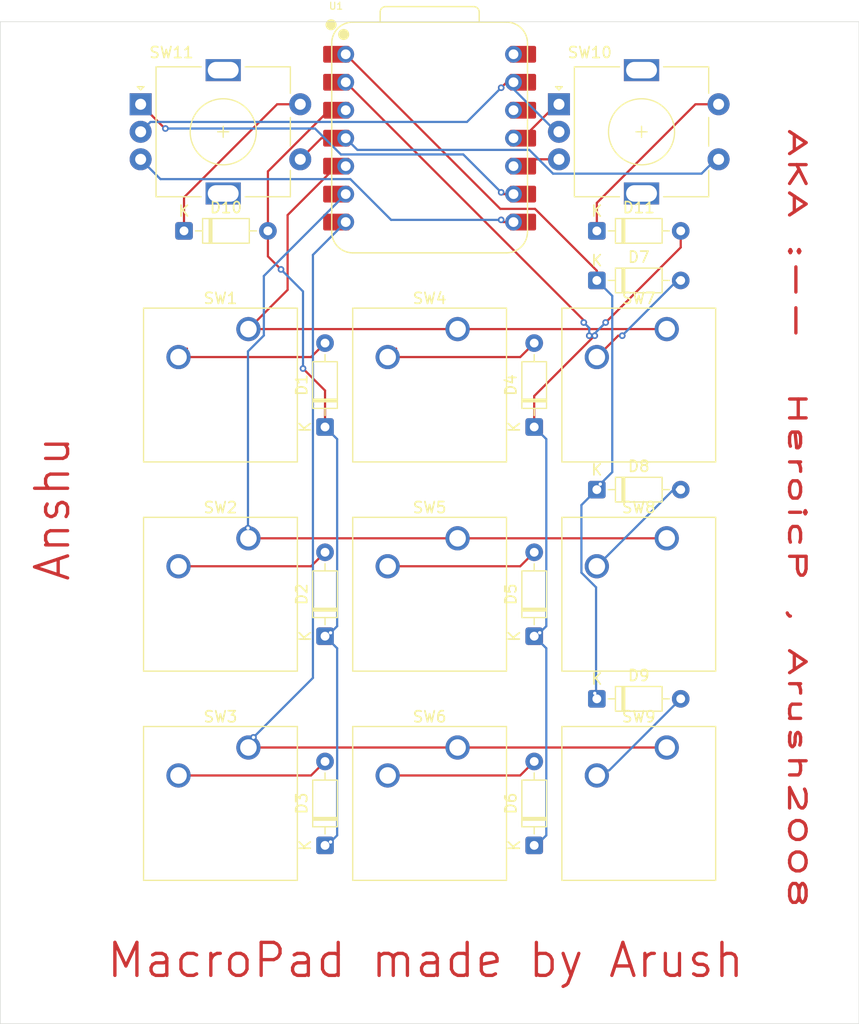
<source format=kicad_pcb>
(kicad_pcb (version 20241229) (generator "pcbnew") (generator_version "9.0")
  (layers (0 "F.Cu" signal) (2 "B.Cu" signal) (13 "F.Paste" user) (15 "B.Paste" user) (5 "F.SilkS" user "F.Silkscreen") (7 "B.SilkS" user "B.Silkscreen") (1 "F.Mask" user) (3 "B.Mask" user) (25 "Edge.Cuts" user))
  (net 0 "")
  (net 1 "Net-(D1-K)")
  (net 2 "Net-(D1-A)")
  (net 3 "Net-(D2-A)")
  (net 4 "Net-(D3-A)")
  (net 5 "Net-(D4-A)")
  (net 6 "Net-(D11-A)")
  (net 7 "Net-(D5-A)")
  (net 8 "Net-(D6-A)")
  (net 9 "Net-(D7-A)")
  (net 10 "Net-(D7-K)")
  (net 11 "Net-(D8-A)")
  (net 12 "Net-(D9-A)")
  (net 13 "Net-(D11-K)")
  (net 14 "Net-(U1-GPIO6{slash}SDA)")
  (net 15 "Net-(U1-GPIO7{slash}SCL)")
  (net 16 "Net-(U1-GPIO0{slash}TX)")
  (net 17 "Net-(U1-GPIO29{slash}ADC3{slash}A3)")
  (net 18 "GND")
  (net 19 "Net-(U1-GPIO3{slash}MOSI)")
  (net 20 "Net-(U1-GPIO4{slash}MISO)")
  (net 21 "Net-(U1-GPIO2{slash}SCK)")
  (net 22 "Net-(U1-GPIO1{slash}RX)")
  (net 24 "+5V")
  (net 25 "Net-(D10-K)")
  (footprint "Button_Switch_Keyboard:SW_Cherry_MX_1.00u_PCB" (layer "F.Cu") (at 126.54 109.42)
    (property "Reference" "SW3" (at -2.54 -2.794 0) (layer "F.SilkS"))
    (property "Value" "SW_Push_45deg")
    (fp_line (start -9.525 -1.905) (end 4.445 -1.905) (stroke (width 0.12)) (layer "F.SilkS"))
    (fp_line (start -9.525 12.065) (end -9.525 -1.905) (stroke (width 0.12)) (layer "F.SilkS"))
    (fp_line (start 4.445 -1.905) (end 4.445 12.065) (stroke (width 0.12)) (layer "F.SilkS"))
    (fp_line (start 4.445 12.065) (end -9.525 12.065) (stroke (width 0.12)) (layer "F.SilkS"))
    (pad "" np_thru_hole circle (at -7.62 5.08) (size 1.7 1.7) (drill 1.7) (layers "*.Cu" "*.Mask"))
    (pad "" np_thru_hole circle (at -2.54 5.08) (size 4 4) (drill 4) (layers "*.Cu" "*.Mask"))
    (pad "" np_thru_hole circle (at 2.54 5.08) (size 1.7 1.7) (drill 1.7) (layers "*.Cu" "*.Mask"))
    (pad "1" thru_hole circle (at 0 0) (size 2.2 2.2) (drill 1.5) (layers "*.Cu" "*.Mask") (net 16 "Net-(U1-GPIO0{slash}TX)"))
    (pad "2" thru_hole circle (at -6.35 2.54) (size 2.2 2.2) (drill 1.5) (layers "*.Cu" "*.Mask") (net 4 "Net-(D3-A)"))
  )
  (footprint "Rotary_Encoder:RotaryEncoder_Alps_EC11E-Switch_Vertical_H20mm" (layer "F.Cu") (at 116.75 51)
    (property "Reference" "SW11" (at 2.8 -4.7 0) (layer "F.SilkS"))
    (property "Value" "RotaryEncoder_Switch")
    (fp_line (start -0.3 -1.6) (end 0.3 -1.6) (stroke (width 0.12)) (layer "F.SilkS"))
    (fp_line (start 0 -1.3) (end -0.3 -1.6) (stroke (width 0.12)) (layer "F.SilkS"))
    (fp_line (start 0.3 -1.6) (end 0 -1.3) (stroke (width 0.12)) (layer "F.SilkS"))
    (fp_line (start 1.4 -3.4) (end 1.4 8.4) (stroke (width 0.12)) (layer "F.SilkS"))
    (fp_line (start 5.5 -3.4) (end 1.4 -3.4) (stroke (width 0.12)) (layer "F.SilkS"))
    (fp_line (start 5.5 8.4) (end 1.4 8.4) (stroke (width 0.12)) (layer "F.SilkS"))
    (fp_line (start 7 2.5) (end 8 2.5) (stroke (width 0.12)) (layer "F.SilkS"))
    (fp_line (start 7.5 2) (end 7.5 3) (stroke (width 0.12)) (layer "F.SilkS"))
    (fp_line (start 9.5 -3.4) (end 13.6 -3.4) (stroke (width 0.12)) (layer "F.SilkS"))
    (fp_line (start 13.6 -3.4) (end 13.6 -1) (stroke (width 0.12)) (layer "F.SilkS"))
    (fp_line (start 13.6 1.2) (end 13.6 3.8) (stroke (width 0.12)) (layer "F.SilkS"))
    (fp_line (start 13.6 6) (end 13.6 8.4) (stroke (width 0.12)) (layer "F.SilkS"))
    (fp_line (start 13.6 8.4) (end 9.5 8.4) (stroke (width 0.12)) (layer "F.SilkS"))
    (fp_circle (center 7.5 2.5) (end 10.5 2.5) (stroke (width 0.12)) (fill no) (layer "F.SilkS"))
    (pad "A" thru_hole rect (at 0 0) (size 2 2) (drill 1) (layers "*.Cu" "*.Mask") (net 21 "Net-(U1-GPIO2{slash}SCK)"))
    (pad "B" thru_hole circle (at 0 5) (size 2 2) (drill 1) (layers "*.Cu" "*.Mask") (net 22 "Net-(U1-GPIO1{slash}RX)"))
    (pad "C" thru_hole circle (at 0 2.5) (size 2 2) (drill 1) (layers "*.Cu" "*.Mask") (net 18 "GND"))
    (pad "MP" thru_hole rect (at 7.5 -3.1) (size 3.2 2) (drill oval 2.8 1.5) (layers "*.Cu" "*.Mask"))
    (pad "MP" thru_hole rect (at 7.5 8.1) (size 3.2 2) (drill oval 2.8 1.5) (layers "*.Cu" "*.Mask"))
    (pad "S1" thru_hole circle (at 14.5 5) (size 2 2) (drill 1) (layers "*.Cu" "*.Mask") (net 17 "Net-(U1-GPIO29{slash}ADC3{slash}A3)"))
    (pad "S2" thru_hole circle (at 14.5 0) (size 2 2) (drill 1) (layers "*.Cu" "*.Mask") (net 25 "Net-(D10-K)"))
  )
  (footprint "Button_Switch_Keyboard:SW_Cherry_MX_1.00u_PCB" (layer "F.Cu") (at 145.54 90.42)
    (property "Reference" "SW5" (at -2.54 -2.794 0) (layer "F.SilkS"))
    (property "Value" "SW_Push_45deg")
    (fp_line (start -9.525 -1.905) (end 4.445 -1.905) (stroke (width 0.12)) (layer "F.SilkS"))
    (fp_line (start -9.525 12.065) (end -9.525 -1.905) (stroke (width 0.12)) (layer "F.SilkS"))
    (fp_line (start 4.445 -1.905) (end 4.445 12.065) (stroke (width 0.12)) (layer "F.SilkS"))
    (fp_line (start 4.445 12.065) (end -9.525 12.065) (stroke (width 0.12)) (layer "F.SilkS"))
    (pad "" np_thru_hole circle (at -7.62 5.08) (size 1.7 1.7) (drill 1.7) (layers "*.Cu" "*.Mask"))
    (pad "" np_thru_hole circle (at -2.54 5.08) (size 4 4) (drill 4) (layers "*.Cu" "*.Mask"))
    (pad "" np_thru_hole circle (at 2.54 5.08) (size 1.7 1.7) (drill 1.7) (layers "*.Cu" "*.Mask"))
    (pad "1" thru_hole circle (at 0 0) (size 2.2 2.2) (drill 1.5) (layers "*.Cu" "*.Mask") (net 15 "Net-(U1-GPIO7{slash}SCL)"))
    (pad "2" thru_hole circle (at -6.35 2.54) (size 2.2 2.2) (drill 1.5) (layers "*.Cu" "*.Mask") (net 7 "Net-(D5-A)"))
  )
  (footprint "Diode_THT:D_DO-35_SOD27_P7.62mm_Horizontal" (layer "F.Cu") (at 133.5 80.31 90)
    (property "Reference" "D1" (at 3.81 -2.12 90) (layer "F.SilkS"))
    (property "Value" "1N4148")
    (fp_line (start 2.53 -1.12) (end 2.53 1.12) (stroke (width 0.12)) (layer "F.SilkS"))
    (fp_line (start 2.41 -1.12) (end 2.41 1.12) (stroke (width 0.12)) (layer "F.SilkS"))
    (fp_line (start 2.29 -1.12) (end 2.29 1.12) (stroke (width 0.12)) (layer "F.SilkS"))
    (fp_line (start 6.58 0) (end 5.93 0) (stroke (width 0.12)) (layer "F.SilkS"))
    (fp_line (start 1.04 0) (end 1.69 0) (stroke (width 0.12)) (layer "F.SilkS"))
    (fp_rect (start 1.69 -1.12) (end 5.93 1.12) (stroke (width 0.12)) (fill no) (layer "F.SilkS"))
    (fp_text user "K" (at 0 -1.8 90) (layer "F.SilkS"))
    (pad "1" thru_hole roundrect (at 0 0 90) (size 1.6 1.6) (drill 0.8) (layers "*.Cu" "*.Mask") (roundrect_rratio 0.15625) (net 1 "Net-(D1-K)"))
    (pad "2" thru_hole circle (at 7.62 0 90) (size 1.6 1.6) (drill 0.8) (layers "*.Cu" "*.Mask") (net 2 "Net-(D1-A)"))
  )
  (footprint "Diode_THT:D_DO-35_SOD27_P7.62mm_Horizontal" (layer "F.Cu") (at 158.19 86)
    (property "Reference" "D8" (at 3.81 -2.12 0) (layer "F.SilkS"))
    (property "Value" "1N4148")
    (fp_line (start 1.04 0) (end 1.69 0) (stroke (width 0.12)) (layer "F.SilkS"))
    (fp_line (start 2.29 -1.12) (end 2.29 1.12) (stroke (width 0.12)) (layer "F.SilkS"))
    (fp_line (start 2.41 -1.12) (end 2.41 1.12) (stroke (width 0.12)) (layer "F.SilkS"))
    (fp_line (start 2.53 -1.12) (end 2.53 1.12) (stroke (width 0.12)) (layer "F.SilkS"))
    (fp_line (start 6.58 0) (end 5.93 0) (stroke (width 0.12)) (layer "F.SilkS"))
    (fp_rect (start 1.69 -1.12) (end 5.93 1.12) (stroke (width 0.12)) (fill no) (layer "F.SilkS"))
    (fp_text user "K" (at 0 -1.8 0) (layer "F.SilkS"))
    (pad "1" thru_hole roundrect (at 0 0) (size 1.6 1.6) (drill 0.8) (layers "*.Cu" "*.Mask") (roundrect_rratio 0.15625) (net 10 "Net-(D7-K)"))
    (pad "2" thru_hole circle (at 7.62 0) (size 1.6 1.6) (drill 0.8) (layers "*.Cu" "*.Mask") (net 11 "Net-(D8-A)"))
  )
  (footprint "Diode_THT:D_DO-35_SOD27_P7.62mm_Horizontal" (layer "F.Cu") (at 158.19 67)
    (property "Reference" "D7" (at 3.81 -2.12 0) (layer "F.SilkS"))
    (property "Value" "1N4148")
    (fp_line (start 1.04 0) (end 1.69 0) (stroke (width 0.12)) (layer "F.SilkS"))
    (fp_line (start 2.29 -1.12) (end 2.29 1.12) (stroke (width 0.12)) (layer "F.SilkS"))
    (fp_line (start 2.41 -1.12) (end 2.41 1.12) (stroke (width 0.12)) (layer "F.SilkS"))
    (fp_line (start 2.53 -1.12) (end 2.53 1.12) (stroke (width 0.12)) (layer "F.SilkS"))
    (fp_line (start 6.58 0) (end 5.93 0) (stroke (width 0.12)) (layer "F.SilkS"))
    (fp_rect (start 1.69 -1.12) (end 5.93 1.12) (stroke (width 0.12)) (fill no) (layer "F.SilkS"))
    (fp_text user "K" (at 0 -1.8 0) (layer "F.SilkS"))
    (pad "1" thru_hole roundrect (at 0 0) (size 1.6 1.6) (drill 0.8) (layers "*.Cu" "*.Mask") (roundrect_rratio 0.15625) (net 10 "Net-(D7-K)"))
    (pad "2" thru_hole circle (at 7.62 0) (size 1.6 1.6) (drill 0.8) (layers "*.Cu" "*.Mask") (net 9 "Net-(D7-A)"))
  )
  (footprint "Diode_THT:D_DO-35_SOD27_P7.62mm_Horizontal" (layer "F.Cu") (at 158.19 105)
    (property "Reference" "D9" (at 3.81 -2.12 0) (layer "F.SilkS"))
    (property "Value" "1N4148")
    (fp_line (start 1.04 0) (end 1.69 0) (stroke (width 0.12)) (layer "F.SilkS"))
    (fp_line (start 2.29 -1.12) (end 2.29 1.12) (stroke (width 0.12)) (layer "F.SilkS"))
    (fp_line (start 2.41 -1.12) (end 2.41 1.12) (stroke (width 0.12)) (layer "F.SilkS"))
    (fp_line (start 2.53 -1.12) (end 2.53 1.12) (stroke (width 0.12)) (layer "F.SilkS"))
    (fp_line (start 6.58 0) (end 5.93 0) (stroke (width 0.12)) (layer "F.SilkS"))
    (fp_rect (start 1.69 -1.12) (end 5.93 1.12) (stroke (width 0.12)) (fill no) (layer "F.SilkS"))
    (fp_text user "K" (at 0 -1.8 0) (layer "F.SilkS"))
    (pad "1" thru_hole roundrect (at 0 0) (size 1.6 1.6) (drill 0.8) (layers "*.Cu" "*.Mask") (roundrect_rratio 0.15625) (net 10 "Net-(D7-K)"))
    (pad "2" thru_hole circle (at 7.62 0) (size 1.6 1.6) (drill 0.8) (layers "*.Cu" "*.Mask") (net 12 "Net-(D9-A)"))
  )
  (footprint "Diode_THT:D_DO-35_SOD27_P7.62mm_Horizontal" (layer "F.Cu") (at 133.5 118.31 90)
    (property "Reference" "D3" (at 3.81 -2.12 90) (layer "F.SilkS"))
    (property "Value" "1N4148")
    (fp_line (start 2.53 -1.12) (end 2.53 1.12) (stroke (width 0.12)) (layer "F.SilkS"))
    (fp_line (start 2.41 -1.12) (end 2.41 1.12) (stroke (width 0.12)) (layer "F.SilkS"))
    (fp_line (start 2.29 -1.12) (end 2.29 1.12) (stroke (width 0.12)) (layer "F.SilkS"))
    (fp_line (start 6.58 0) (end 5.93 0) (stroke (width 0.12)) (layer "F.SilkS"))
    (fp_line (start 1.04 0) (end 1.69 0) (stroke (width 0.12)) (layer "F.SilkS"))
    (fp_rect (start 1.69 -1.12) (end 5.93 1.12) (stroke (width 0.12)) (fill no) (layer "F.SilkS"))
    (fp_text user "K" (at 0 -1.8 90) (layer "F.SilkS"))
    (pad "1" thru_hole roundrect (at 0 0 90) (size 1.6 1.6) (drill 0.8) (layers "*.Cu" "*.Mask") (roundrect_rratio 0.15625) (net 1 "Net-(D1-K)"))
    (pad "2" thru_hole circle (at 7.62 0 90) (size 1.6 1.6) (drill 0.8) (layers "*.Cu" "*.Mask") (net 4 "Net-(D3-A)"))
  )
  (footprint "Diode_THT:D_DO-35_SOD27_P7.62mm_Horizontal" (layer "F.Cu") (at 133.5 99.31 90)
    (property "Reference" "D2" (at 3.81 -2.12 90) (layer "F.SilkS"))
    (property "Value" "1N4148")
    (fp_line (start 2.53 -1.12) (end 2.53 1.12) (stroke (width 0.12)) (layer "F.SilkS"))
    (fp_line (start 2.41 -1.12) (end 2.41 1.12) (stroke (width 0.12)) (layer "F.SilkS"))
    (fp_line (start 2.29 -1.12) (end 2.29 1.12) (stroke (width 0.12)) (layer "F.SilkS"))
    (fp_line (start 6.58 0) (end 5.93 0) (stroke (width 0.12)) (layer "F.SilkS"))
    (fp_line (start 1.04 0) (end 1.69 0) (stroke (width 0.12)) (layer "F.SilkS"))
    (fp_rect (start 1.69 -1.12) (end 5.93 1.12) (stroke (width 0.12)) (fill no) (layer "F.SilkS"))
    (fp_text user "K" (at 0 -1.8 90) (layer "F.SilkS"))
    (pad "1" thru_hole roundrect (at 0 0 90) (size 1.6 1.6) (drill 0.8) (layers "*.Cu" "*.Mask") (roundrect_rratio 0.15625) (net 1 "Net-(D1-K)"))
    (pad "2" thru_hole circle (at 7.62 0 90) (size 1.6 1.6) (drill 0.8) (layers "*.Cu" "*.Mask") (net 3 "Net-(D2-A)"))
  )
  (footprint "Button_Switch_Keyboard:SW_Cherry_MX_1.00u_PCB" (layer "F.Cu") (at 145.54 109.42)
    (property "Reference" "SW6" (at -2.54 -2.794 0) (layer "F.SilkS"))
    (property "Value" "SW_Push_45deg")
    (fp_line (start -9.525 -1.905) (end 4.445 -1.905) (stroke (width 0.12)) (layer "F.SilkS"))
    (fp_line (start -9.525 12.065) (end -9.525 -1.905) (stroke (width 0.12)) (layer "F.SilkS"))
    (fp_line (start 4.445 -1.905) (end 4.445 12.065) (stroke (width 0.12)) (layer "F.SilkS"))
    (fp_line (start 4.445 12.065) (end -9.525 12.065) (stroke (width 0.12)) (layer "F.SilkS"))
    (pad "" np_thru_hole circle (at -7.62 5.08) (size 1.7 1.7) (drill 1.7) (layers "*.Cu" "*.Mask"))
    (pad "" np_thru_hole circle (at -2.54 5.08) (size 4 4) (drill 4) (layers "*.Cu" "*.Mask"))
    (pad "" np_thru_hole circle (at 2.54 5.08) (size 1.7 1.7) (drill 1.7) (layers "*.Cu" "*.Mask"))
    (pad "1" thru_hole circle (at 0 0) (size 2.2 2.2) (drill 1.5) (layers "*.Cu" "*.Mask") (net 16 "Net-(U1-GPIO0{slash}TX)"))
    (pad "2" thru_hole circle (at -6.35 2.54) (size 2.2 2.2) (drill 1.5) (layers "*.Cu" "*.Mask") (net 8 "Net-(D6-A)"))
  )
  (footprint "Diode_THT:D_DO-35_SOD27_P7.62mm_Horizontal" (layer "F.Cu") (at 152.5 118.31 90)
    (property "Reference" "D6" (at 3.81 -2.12 90) (layer "F.SilkS"))
    (property "Value" "1N4148")
    (fp_line (start 2.53 -1.12) (end 2.53 1.12) (stroke (width 0.12)) (layer "F.SilkS"))
    (fp_line (start 2.41 -1.12) (end 2.41 1.12) (stroke (width 0.12)) (layer "F.SilkS"))
    (fp_line (start 2.29 -1.12) (end 2.29 1.12) (stroke (width 0.12)) (layer "F.SilkS"))
    (fp_line (start 6.58 0) (end 5.93 0) (stroke (width 0.12)) (layer "F.SilkS"))
    (fp_line (start 1.04 0) (end 1.69 0) (stroke (width 0.12)) (layer "F.SilkS"))
    (fp_rect (start 1.69 -1.12) (end 5.93 1.12) (stroke (width 0.12)) (fill no) (layer "F.SilkS"))
    (fp_text user "K" (at 0 -1.8 90) (layer "F.SilkS"))
    (pad "1" thru_hole roundrect (at 0 0 90) (size 1.6 1.6) (drill 0.8) (layers "*.Cu" "*.Mask") (roundrect_rratio 0.15625) (net 6 "Net-(D11-A)"))
    (pad "2" thru_hole circle (at 7.62 0 90) (size 1.6 1.6) (drill 0.8) (layers "*.Cu" "*.Mask") (net 8 "Net-(D6-A)"))
  )
  (footprint "Button_Switch_Keyboard:SW_Cherry_MX_1.00u_PCB" (layer "F.Cu") (at 126.54 71.42)
    (property "Reference" "SW1" (at -2.54 -2.794 0) (layer "F.SilkS"))
    (property "Value" "SW_Push_45deg")
    (fp_line (start -9.525 -1.905) (end 4.445 -1.905) (stroke (width 0.12)) (layer "F.SilkS"))
    (fp_line (start -9.525 12.065) (end -9.525 -1.905) (stroke (width 0.12)) (layer "F.SilkS"))
    (fp_line (start 4.445 -1.905) (end 4.445 12.065) (stroke (width 0.12)) (layer "F.SilkS"))
    (fp_line (start 4.445 12.065) (end -9.525 12.065) (stroke (width 0.12)) (layer "F.SilkS"))
    (pad "" np_thru_hole circle (at -7.62 5.08) (size 1.7 1.7) (drill 1.7) (layers "*.Cu" "*.Mask"))
    (pad "" np_thru_hole circle (at -2.54 5.08) (size 4 4) (drill 4) (layers "*.Cu" "*.Mask"))
    (pad "" np_thru_hole circle (at 2.54 5.08) (size 1.7 1.7) (drill 1.7) (layers "*.Cu" "*.Mask"))
    (pad "1" thru_hole circle (at 0 0) (size 2.2 2.2) (drill 1.5) (layers "*.Cu" "*.Mask") (net 14 "Net-(U1-GPIO6{slash}SDA)"))
    (pad "2" thru_hole circle (at -6.35 2.54) (size 2.2 2.2) (drill 1.5) (layers "*.Cu" "*.Mask") (net 2 "Net-(D1-A)"))
  )
  (footprint "OPL:XIAO-RP2040-DIP" (layer "F.Cu") (at 143 54.08)
    (property "Reference" "U1" (at -8.5 -12 0) (layer "F.SilkS") (effects (font (size 0.635 0.635) (thickness 0.1016))))
    (property "Value" "XIAO-RP2040-DIP")
    (fp_line (start -8.89 8.509) (end -8.89 -8.636) (stroke (width 0.127)) (layer "F.SilkS"))
    (fp_line (start -6.985 10.414) (end 6.985 10.414) (stroke (width 0.127)) (layer "F.SilkS"))
    (fp_line (start -4.495 -10.541) (end -4.491272 -11.451272) (stroke (width 0.127)) (layer "F.SilkS"))
    (fp_line (start -3.991272 -11.951) (end 4.004 -11.951) (stroke (width 0.127)) (layer "F.SilkS"))
    (fp_line (start 4.504 -11.451) (end 4.504 -10.541) (stroke (width 0.127)) (layer "F.SilkS"))
    (fp_line (start 6.985 -10.541) (end -6.985 -10.541) (stroke (width 0.1)) (layer "F.SilkS"))
    (fp_line (start 6.985 -10.541) (end -6.985 -10.541) (stroke (width 0.127)) (layer "F.SilkS"))
    (fp_line (start 8.89 8.509) (end 8.89 -8.636) (stroke (width 0.127)) (layer "F.SilkS"))
    (fp_arc (start -8.89 -8.636) (mid -8.332038 -9.983038) (end -6.985 -10.541) (stroke (width 0.127)) (layer "F.SilkS"))
    (fp_arc (start -6.985 10.414) (mid -8.332038 9.856038) (end -8.89 8.509) (stroke (width 0.127)) (layer "F.SilkS"))
    (fp_arc (start -4.491272 -11.451272) (mid -4.344728 -11.80464) (end -3.991272 -11.951) (stroke (width 0.127)) (layer "F.SilkS"))
    (fp_arc (start 4.004 -11.951) (mid 4.357553 -11.804553) (end 4.504 -11.451) (stroke (width 0.127)) (layer "F.SilkS"))
    (fp_arc (start 6.985 -10.541) (mid 8.332038 -9.983038) (end 8.89 -8.636) (stroke (width 0.127)) (layer "F.SilkS"))
    (fp_arc (start 8.89 8.509) (mid 8.332038 9.856038) (end 6.985 10.414) (stroke (width 0.127)) (layer "F.SilkS"))
    (fp_circle (center -8.95 -10.3) (end -8.95 -10.554) (stroke (width 0.5)) (fill yes) (layer "F.SilkS"))
    (fp_circle (center -7.807 -9.42) (end -7.807 -9.674) (stroke (width 0.5)) (fill yes) (layer "F.SilkS"))
    (pad "1" smd roundrect (at -8.455 -7.62 180) (size 2.432 1.524) (layers "F.Cu" "F.Mask") (roundrect_rratio 0.1) (net 10 "Net-(D7-K)"))
    (pad "1" thru_hole circle (at -7.62 -7.62 180) (size 1.524 1.524) (drill 0.889) (layers "*.Cu" "*.Mask") (net 10 "Net-(D7-K)"))
    (pad "2" smd roundrect (at -8.455 -5.08 180) (size 2.432 1.524) (layers "F.Cu" "F.Mask") (roundrect_rratio 0.1) (net 6 "Net-(D11-A)"))
    (pad "2" thru_hole circle (at -7.62 -5.08 180) (size 1.524 1.524) (drill 0.889) (layers "*.Cu" "*.Mask") (net 6 "Net-(D11-A)"))
    (pad "3" smd roundrect (at -8.455 -2.54 180) (size 2.432 1.524) (layers "F.Cu" "F.Mask") (roundrect_rratio 0.1) (net 1 "Net-(D1-K)"))
    (pad "3" thru_hole circle (at -7.62 -2.54 180) (size 1.524 1.524) (drill 0.889) (layers "*.Cu" "*.Mask") (net 1 "Net-(D1-K)"))
    (pad "4" smd roundrect (at -8.455 0 180) (size 2.432 1.524) (layers "F.Cu" "F.Mask") (roundrect_rratio 0.1) (net 17 "Net-(U1-GPIO29{slash}ADC3{slash}A3)"))
    (pad "4" thru_hole circle (at -7.62 0 180) (size 1.524 1.524) (drill 0.889) (layers "*.Cu" "*.Mask") (net 17 "Net-(U1-GPIO29{slash}ADC3{slash}A3)"))
    (pad "5" smd roundrect (at -8.455 2.54 180) (size 2.432 1.524) (layers "F.Cu" "F.Mask") (roundrect_rratio 0.1) (net 14 "Net-(U1-GPIO6{slash}SDA)"))
    (pad "5" thru_hole circle (at -7.62 2.54 180) (size 1.524 1.524) (drill 0.889) (layers "*.Cu" "*.Mask") (net 14 "Net-(U1-GPIO6{slash}SDA)"))
    (pad "6" smd roundrect (at -8.455 5.08 180) (size 2.432 1.524) (layers "F.Cu" "F.Mask") (roundrect_rratio 0.1) (net 15 "Net-(U1-GPIO7{slash}SCL)"))
    (pad "6" thru_hole circle (at -7.62 5.08 180) (size 1.524 1.524) (drill 0.889) (layers "*.Cu" "*.Mask") (net 15 "Net-(U1-GPIO7{slash}SCL)"))
    (pad "7" smd roundrect (at -8.455 7.62 180) (size 2.432 1.524) (layers "F.Cu" "F.Mask") (roundrect_rratio 0.1) (net 16 "Net-(U1-GPIO0{slash}TX)"))
    (pad "7" thru_hole circle (at -7.62 7.62 180) (size 1.524 1.524) (drill 0.889) (layers "*.Cu" "*.Mask") (net 16 "Net-(U1-GPIO0{slash}TX)"))
    (pad "8" thru_hole circle (at 7.62 7.62) (size 1.524 1.524) (drill 0.889) (layers "*.Cu" "*.Mask") (net 22 "Net-(U1-GPIO1{slash}RX)"))
    (pad "8" smd roundrect (at 8.455 7.62) (size 2.432 1.524) (layers "F.Cu" "F.Mask") (roundrect_rratio 0.1) (net 22 "Net-(U1-GPIO1{slash}RX)"))
    (pad "9" thru_hole circle (at 7.62 5.08) (size 1.524 1.524) (drill 0.889) (layers "*.Cu" "*.Mask") (net 21 "Net-(U1-GPIO2{slash}SCK)"))
    (pad "9" smd roundrect (at 8.455 5.08) (size 2.432 1.524) (layers "F.Cu" "F.Mask") (roundrect_rratio 0.1) (net 21 "Net-(U1-GPIO2{slash}SCK)"))
    (pad "10" thru_hole circle (at 7.62 2.54) (size 1.524 1.524) (drill 0.889) (layers "*.Cu" "*.Mask") (net 20 "Net-(U1-GPIO4{slash}MISO)"))
    (pad "10" smd roundrect (at 8.455 2.54) (size 2.432 1.524) (layers "F.Cu" "F.Mask") (roundrect_rratio 0.1) (net 20 "Net-(U1-GPIO4{slash}MISO)"))
    (pad "11" thru_hole circle (at 7.62 0) (size 1.524 1.524) (drill 0.889) (layers "*.Cu" "*.Mask") (net 19 "Net-(U1-GPIO3{slash}MOSI)"))
    (pad "11" smd roundrect (at 8.455 0) (size 2.432 1.524) (layers "F.Cu" "F.Mask") (roundrect_rratio 0.1) (net 19 "Net-(U1-GPIO3{slash}MOSI)"))
    (pad "12" thru_hole circle (at 7.62 -2.54) (size 1.524 1.524) (drill 0.889) (layers "*.Cu" "*.Mask"))
    (pad "12" smd roundrect (at 8.455 -2.54) (size 2.432 1.524) (layers "F.Cu" "F.Mask") (roundrect_rratio 0.1))
    (pad "13" thru_hole circle (at 7.62 -5.08) (size 1.524 1.524) (drill 0.889) (layers "*.Cu" "*.Mask") (net 18 "GND"))
    (pad "13" smd roundrect (at 8.455 -5.08) (size 2.432 1.524) (layers "F.Cu" "F.Mask") (roundrect_rratio 0.1) (net 18 "GND"))
    (pad "14" thru_hole circle (at 7.62 -7.62) (size 1.524 1.524) (drill 0.889) (layers "*.Cu" "*.Mask") (net 24 "+5V"))
    (pad "14" smd roundrect (at 8.455 -7.62) (size 2.432 1.524) (layers "F.Cu" "F.Mask") (roundrect_rratio 0.1) (net 24 "+5V"))
  )
  (footprint "Diode_THT:D_DO-35_SOD27_P7.62mm_Horizontal" (layer "F.Cu") (at 120.69 62.5)
    (property "Reference" "D10" (at 3.81 -2.12 0) (layer "F.SilkS"))
    (property "Value" "1N4148")
    (fp_line (start 1.04 0) (end 1.69 0) (stroke (width 0.12)) (layer "F.SilkS"))
    (fp_line (start 2.29 -1.12) (end 2.29 1.12) (stroke (width 0.12)) (layer "F.SilkS"))
    (fp_line (start 2.41 -1.12) (end 2.41 1.12) (stroke (width 0.12)) (layer "F.SilkS"))
    (fp_line (start 2.53 -1.12) (end 2.53 1.12) (stroke (width 0.12)) (layer "F.SilkS"))
    (fp_line (start 6.58 0) (end 5.93 0) (stroke (width 0.12)) (layer "F.SilkS"))
    (fp_rect (start 1.69 -1.12) (end 5.93 1.12) (stroke (width 0.12)) (fill no) (layer "F.SilkS"))
    (fp_text user "K" (at 0 -1.8 0) (layer "F.SilkS"))
    (pad "1" thru_hole roundrect (at 0 0) (size 1.6 1.6) (drill 0.8) (layers "*.Cu" "*.Mask") (roundrect_rratio 0.15625) (net 25 "Net-(D10-K)"))
    (pad "2" thru_hole circle (at 7.62 0) (size 1.6 1.6) (drill 0.8) (layers "*.Cu" "*.Mask") (net 1 "Net-(D1-K)"))
  )
  (footprint "Button_Switch_Keyboard:SW_Cherry_MX_1.00u_PCB" (layer "F.Cu") (at 164.54 71.42)
    (property "Reference" "SW7" (at -2.54 -2.794 0) (layer "F.SilkS"))
    (property "Value" "SW_Push_45deg")
    (fp_line (start -9.525 -1.905) (end 4.445 -1.905) (stroke (width 0.12)) (layer "F.SilkS"))
    (fp_line (start -9.525 12.065) (end -9.525 -1.905) (stroke (width 0.12)) (layer "F.SilkS"))
    (fp_line (start 4.445 -1.905) (end 4.445 12.065) (stroke (width 0.12)) (layer "F.SilkS"))
    (fp_line (start 4.445 12.065) (end -9.525 12.065) (stroke (width 0.12)) (layer "F.SilkS"))
    (pad "" np_thru_hole circle (at -7.62 5.08) (size 1.7 1.7) (drill 1.7) (layers "*.Cu" "*.Mask"))
    (pad "" np_thru_hole circle (at -2.54 5.08) (size 4 4) (drill 4) (layers "*.Cu" "*.Mask"))
    (pad "" np_thru_hole circle (at 2.54 5.08) (size 1.7 1.7) (drill 1.7) (layers "*.Cu" "*.Mask"))
    (pad "1" thru_hole circle (at 0 0) (size 2.2 2.2) (drill 1.5) (layers "*.Cu" "*.Mask") (net 14 "Net-(U1-GPIO6{slash}SDA)"))
    (pad "2" thru_hole circle (at -6.35 2.54) (size 2.2 2.2) (drill 1.5) (layers "*.Cu" "*.Mask") (net 9 "Net-(D7-A)"))
  )
  (footprint "Diode_THT:D_DO-35_SOD27_P7.62mm_Horizontal" (layer "F.Cu") (at 152.5 80.31 90)
    (property "Reference" "D4" (at 3.81 -2.12 90) (layer "F.SilkS"))
    (property "Value" "1N4148")
    (fp_line (start 2.53 -1.12) (end 2.53 1.12) (stroke (width 0.12)) (layer "F.SilkS"))
    (fp_line (start 2.41 -1.12) (end 2.41 1.12) (stroke (width 0.12)) (layer "F.SilkS"))
    (fp_line (start 2.29 -1.12) (end 2.29 1.12) (stroke (width 0.12)) (layer "F.SilkS"))
    (fp_line (start 6.58 0) (end 5.93 0) (stroke (width 0.12)) (layer "F.SilkS"))
    (fp_line (start 1.04 0) (end 1.69 0) (stroke (width 0.12)) (layer "F.SilkS"))
    (fp_rect (start 1.69 -1.12) (end 5.93 1.12) (stroke (width 0.12)) (fill no) (layer "F.SilkS"))
    (fp_text user "K" (at 0 -1.8 90) (layer "F.SilkS"))
    (pad "1" thru_hole roundrect (at 0 0 90) (size 1.6 1.6) (drill 0.8) (layers "*.Cu" "*.Mask") (roundrect_rratio 0.15625) (net 6 "Net-(D11-A)"))
    (pad "2" thru_hole circle (at 7.62 0 90) (size 1.6 1.6) (drill 0.8) (layers "*.Cu" "*.Mask") (net 5 "Net-(D4-A)"))
  )
  (footprint "Button_Switch_Keyboard:SW_Cherry_MX_1.00u_PCB" (layer "F.Cu") (at 126.54 90.42)
    (property "Reference" "SW2" (at -2.54 -2.794 0) (layer "F.SilkS"))
    (property "Value" "SW_Push_45deg")
    (fp_line (start -9.525 -1.905) (end 4.445 -1.905) (stroke (width 0.12)) (layer "F.SilkS"))
    (fp_line (start -9.525 12.065) (end -9.525 -1.905) (stroke (width 0.12)) (layer "F.SilkS"))
    (fp_line (start 4.445 -1.905) (end 4.445 12.065) (stroke (width 0.12)) (layer "F.SilkS"))
    (fp_line (start 4.445 12.065) (end -9.525 12.065) (stroke (width 0.12)) (layer "F.SilkS"))
    (pad "" np_thru_hole circle (at -7.62 5.08) (size 1.7 1.7) (drill 1.7) (layers "*.Cu" "*.Mask"))
    (pad "" np_thru_hole circle (at -2.54 5.08) (size 4 4) (drill 4) (layers "*.Cu" "*.Mask"))
    (pad "" np_thru_hole circle (at 2.54 5.08) (size 1.7 1.7) (drill 1.7) (layers "*.Cu" "*.Mask"))
    (pad "1" thru_hole circle (at 0 0) (size 2.2 2.2) (drill 1.5) (layers "*.Cu" "*.Mask") (net 15 "Net-(U1-GPIO7{slash}SCL)"))
    (pad "2" thru_hole circle (at -6.35 2.54) (size 2.2 2.2) (drill 1.5) (layers "*.Cu" "*.Mask") (net 3 "Net-(D2-A)"))
  )
  (footprint "Diode_THT:D_DO-35_SOD27_P7.62mm_Horizontal" (layer "F.Cu") (at 158.19 62.5)
    (property "Reference" "D11" (at 3.81 -2.12 0) (layer "F.SilkS"))
    (property "Value" "1N4148")
    (fp_line (start 1.04 0) (end 1.69 0) (stroke (width 0.12)) (layer "F.SilkS"))
    (fp_line (start 2.29 -1.12) (end 2.29 1.12) (stroke (width 0.12)) (layer "F.SilkS"))
    (fp_line (start 2.41 -1.12) (end 2.41 1.12) (stroke (width 0.12)) (layer "F.SilkS"))
    (fp_line (start 2.53 -1.12) (end 2.53 1.12) (stroke (width 0.12)) (layer "F.SilkS"))
    (fp_line (start 6.58 0) (end 5.93 0) (stroke (width 0.12)) (layer "F.SilkS"))
    (fp_rect (start 1.69 -1.12) (end 5.93 1.12) (stroke (width 0.12)) (fill no) (layer "F.SilkS"))
    (fp_text user "K" (at 0 -1.8 0) (layer "F.SilkS"))
    (pad "1" thru_hole roundrect (at 0 0) (size 1.6 1.6) (drill 0.8) (layers "*.Cu" "*.Mask") (roundrect_rratio 0.15625) (net 13 "Net-(D11-K)"))
    (pad "2" thru_hole circle (at 7.62 0) (size 1.6 1.6) (drill 0.8) (layers "*.Cu" "*.Mask") (net 6 "Net-(D11-A)"))
  )
  (footprint "Button_Switch_Keyboard:SW_Cherry_MX_1.00u_PCB" (layer "F.Cu") (at 145.54 71.42)
    (property "Reference" "SW4" (at -2.54 -2.794 0) (layer "F.SilkS"))
    (property "Value" "SW_Push_45deg")
    (fp_line (start -9.525 -1.905) (end 4.445 -1.905) (stroke (width 0.12)) (layer "F.SilkS"))
    (fp_line (start -9.525 12.065) (end -9.525 -1.905) (stroke (width 0.12)) (layer "F.SilkS"))
    (fp_line (start 4.445 -1.905) (end 4.445 12.065) (stroke (width 0.12)) (layer "F.SilkS"))
    (fp_line (start 4.445 12.065) (end -9.525 12.065) (stroke (width 0.12)) (layer "F.SilkS"))
    (pad "" np_thru_hole circle (at -7.62 5.08) (size 1.7 1.7) (drill 1.7) (layers "*.Cu" "*.Mask"))
    (pad "" np_thru_hole circle (at -2.54 5.08) (size 4 4) (drill 4) (layers "*.Cu" "*.Mask"))
    (pad "" np_thru_hole circle (at 2.54 5.08) (size 1.7 1.7) (drill 1.7) (layers "*.Cu" "*.Mask"))
    (pad "1" thru_hole circle (at 0 0) (size 2.2 2.2) (drill 1.5) (layers "*.Cu" "*.Mask") (net 14 "Net-(U1-GPIO6{slash}SDA)"))
    (pad "2" thru_hole circle (at -6.35 2.54) (size 2.2 2.2) (drill 1.5) (layers "*.Cu" "*.Mask") (net 5 "Net-(D4-A)"))
  )
  (footprint "Button_Switch_Keyboard:SW_Cherry_MX_1.00u_PCB" (layer "F.Cu") (at 164.54 109.42)
    (property "Reference" "SW9" (at -2.54 -2.794 0) (layer "F.SilkS"))
    (property "Value" "SW_Push_45deg")
    (fp_line (start -9.525 -1.905) (end 4.445 -1.905) (stroke (width 0.12)) (layer "F.SilkS"))
    (fp_line (start -9.525 12.065) (end -9.525 -1.905) (stroke (width 0.12)) (layer "F.SilkS"))
    (fp_line (start 4.445 -1.905) (end 4.445 12.065) (stroke (width 0.12)) (layer "F.SilkS"))
    (fp_line (start 4.445 12.065) (end -9.525 12.065) (stroke (width 0.12)) (layer "F.SilkS"))
    (pad "" np_thru_hole circle (at -7.62 5.08) (size 1.7 1.7) (drill 1.7) (layers "*.Cu" "*.Mask"))
    (pad "" np_thru_hole circle (at -2.54 5.08) (size 4 4) (drill 4) (layers "*.Cu" "*.Mask"))
    (pad "" np_thru_hole circle (at 2.54 5.08) (size 1.7 1.7) (drill 1.7) (layers "*.Cu" "*.Mask"))
    (pad "1" thru_hole circle (at 0 0) (size 2.2 2.2) (drill 1.5) (layers "*.Cu" "*.Mask") (net 16 "Net-(U1-GPIO0{slash}TX)"))
    (pad "2" thru_hole circle (at -6.35 2.54) (size 2.2 2.2) (drill 1.5) (layers "*.Cu" "*.Mask") (net 12 "Net-(D9-A)"))
  )
  (footprint "Diode_THT:D_DO-35_SOD27_P7.62mm_Horizontal" (layer "F.Cu") (at 152.5 99.31 90)
    (property "Reference" "D5" (at 3.81 -2.12 90) (layer "F.SilkS"))
    (property "Value" "1N4148")
    (fp_line (start 2.53 -1.12) (end 2.53 1.12) (stroke (width 0.12)) (layer "F.SilkS"))
    (fp_line (start 2.41 -1.12) (end 2.41 1.12) (stroke (width 0.12)) (layer "F.SilkS"))
    (fp_line (start 2.29 -1.12) (end 2.29 1.12) (stroke (width 0.12)) (layer "F.SilkS"))
    (fp_line (start 6.58 0) (end 5.93 0) (stroke (width 0.12)) (layer "F.SilkS"))
    (fp_line (start 1.04 0) (end 1.69 0) (stroke (width 0.12)) (layer "F.SilkS"))
    (fp_rect (start 1.69 -1.12) (end 5.93 1.12) (stroke (width 0.12)) (fill no) (layer "F.SilkS"))
    (fp_text user "K" (at 0 -1.8 90) (layer "F.SilkS"))
    (pad "1" thru_hole roundrect (at 0 0 90) (size 1.6 1.6) (drill 0.8) (layers "*.Cu" "*.Mask") (roundrect_rratio 0.15625) (net 6 "Net-(D11-A)"))
    (pad "2" thru_hole circle (at 7.62 0 90) (size 1.6 1.6) (drill 0.8) (layers "*.Cu" "*.Mask") (net 7 "Net-(D5-A)"))
  )
  (footprint "Rotary_Encoder:RotaryEncoder_Alps_EC11E-Switch_Vertical_H20mm" (layer "F.Cu") (at 154.75 51)
    (property "Reference" "SW10" (at 2.8 -4.7 0) (layer "F.SilkS"))
    (property "Value" "RotaryEncoder_Switch")
    (fp_line (start -0.3 -1.6) (end 0.3 -1.6) (stroke (width 0.12)) (layer "F.SilkS"))
    (fp_line (start 0 -1.3) (end -0.3 -1.6) (stroke (width 0.12)) (layer "F.SilkS"))
    (fp_line (start 0.3 -1.6) (end 0 -1.3) (stroke (width 0.12)) (layer "F.SilkS"))
    (fp_line (start 1.4 -3.4) (end 1.4 8.4) (stroke (width 0.12)) (layer "F.SilkS"))
    (fp_line (start 5.5 -3.4) (end 1.4 -3.4) (stroke (width 0.12)) (layer "F.SilkS"))
    (fp_line (start 5.5 8.4) (end 1.4 8.4) (stroke (width 0.12)) (layer "F.SilkS"))
    (fp_line (start 7 2.5) (end 8 2.5) (stroke (width 0.12)) (layer "F.SilkS"))
    (fp_line (start 7.5 2) (end 7.5 3) (stroke (width 0.12)) (layer "F.SilkS"))
    (fp_line (start 9.5 -3.4) (end 13.6 -3.4) (stroke (width 0.12)) (layer "F.SilkS"))
    (fp_line (start 13.6 -3.4) (end 13.6 -1) (stroke (width 0.12)) (layer "F.SilkS"))
    (fp_line (start 13.6 1.2) (end 13.6 3.8) (stroke (width 0.12)) (layer "F.SilkS"))
    (fp_line (start 13.6 6) (end 13.6 8.4) (stroke (width 0.12)) (layer "F.SilkS"))
    (fp_line (start 13.6 8.4) (end 9.5 8.4) (stroke (width 0.12)) (layer "F.SilkS"))
    (fp_circle (center 7.5 2.5) (end 10.5 2.5) (stroke (width 0.12)) (fill no) (layer "F.SilkS"))
    (pad "A" thru_hole rect (at 0 0) (size 2 2) (drill 1) (layers "*.Cu" "*.Mask") (net 19 "Net-(U1-GPIO3{slash}MOSI)"))
    (pad "B" thru_hole circle (at 0 5) (size 2 2) (drill 1) (layers "*.Cu" "*.Mask") (net 20 "Net-(U1-GPIO4{slash}MISO)"))
    (pad "C" thru_hole circle (at 0 2.5) (size 2 2) (drill 1) (layers "*.Cu" "*.Mask") (net 18 "GND"))
    (pad "MP" thru_hole rect (at 7.5 -3.1) (size 3.2 2) (drill oval 2.8 1.5) (layers "*.Cu" "*.Mask"))
    (pad "MP" thru_hole rect (at 7.5 8.1) (size 3.2 2) (drill oval 2.8 1.5) (layers "*.Cu" "*.Mask"))
    (pad "S1" thru_hole circle (at 14.5 5) (size 2 2) (drill 1) (layers "*.Cu" "*.Mask") (net 17 "Net-(U1-GPIO29{slash}ADC3{slash}A3)"))
    (pad "S2" thru_hole circle (at 14.5 0) (size 2 2) (drill 1) (layers "*.Cu" "*.Mask") (net 13 "Net-(D11-K)"))
  )
  (footprint "Button_Switch_Keyboard:SW_Cherry_MX_1.00u_PCB" (layer "F.Cu") (at 164.54 90.42)
    (property "Reference" "SW8" (at -2.54 -2.794 0) (layer "F.SilkS"))
    (property "Value" "SW_Push_45deg")
    (fp_line (start -9.525 -1.905) (end 4.445 -1.905) (stroke (width 0.12)) (layer "F.SilkS"))
    (fp_line (start -9.525 12.065) (end -9.525 -1.905) (stroke (width 0.12)) (layer "F.SilkS"))
    (fp_line (start 4.445 -1.905) (end 4.445 12.065) (stroke (width 0.12)) (layer "F.SilkS"))
    (fp_line (start 4.445 12.065) (end -9.525 12.065) (stroke (width 0.12)) (layer "F.SilkS"))
    (pad "" np_thru_hole circle (at -7.62 5.08) (size 1.7 1.7) (drill 1.7) (layers "*.Cu" "*.Mask"))
    (pad "" np_thru_hole circle (at -2.54 5.08) (size 4 4) (drill 4) (layers "*.Cu" "*.Mask"))
    (pad "" np_thru_hole circle (at 2.54 5.08) (size 1.7 1.7) (drill 1.7) (layers "*.Cu" "*.Mask"))
    (pad "1" thru_hole circle (at 0 0) (size 2.2 2.2) (drill 1.5) (layers "*.Cu" "*.Mask") (net 15 "Net-(U1-GPIO7{slash}SCL)"))
    (pad "2" thru_hole circle (at -6.35 2.54) (size 2.2 2.2) (drill 1.5) (layers "*.Cu" "*.Mask") (net 11 "Net-(D8-A)"))
  )
  (gr_rect (start 104 43.5) (end 182 134.5) (stroke (width 0.05)) (fill no) (layer "Edge.Cuts"))
  (gr_text "Anshu" (at 110.5 94.5 90) (layer "F.Cu") (effects (font (size 3 3) (thickness 0.3) (bold yes)) (justify left bottom)))
  (gr_text "MacroPad made by Arush" (at 113.5 130.5 0) (layer "F.Cu") (effects (font (size 3 3) (thickness 0.3) (bold yes)) (justify left bottom)))
  (gr_text "AKA :--  HeroicP , Arush2008" (at 175.5 53 270) (layer "F.Cu") (effects (font (size 1.5 3) (thickness 0.3) (bold yes)) (justify left bottom)))
  (segment (start 133.870108 51.54) (end 135.38 51.54) (width 0.2) (layer "F.Cu") (net 1))
  (segment (start 133.69 99.31) (end 134 99) (width 0.2) (layer "F.Cu") (net 1))
  (segment (start 128.31 64.81) (end 128.31 62.5) (width 0.2) (layer "F.Cu") (net 1))
  (segment (start 133.5 77) (end 131.5 75) (width 0.2) (layer "F.Cu") (net 1))
  (segment (start 133.5 99.31) (end 133.69 99.31) (width 0.2) (layer "F.Cu") (net 1))
  (segment (start 129.5 66) (end 128.31 64.81) (width 0.2) (layer "F.Cu") (net 1))
  (segment (start 128.31 62.5) (end 128.31 57.100108) (width 0.2) (layer "F.Cu") (net 1))
  (segment (start 133.69 118.31) (end 134 118) (width 0.2) (layer "F.Cu") (net 1))
  (segment (start 133.5 80.31) (end 133.5 77) (width 0.2) (layer "F.Cu") (net 1))
  (segment (start 128.31 57.100108) (end 133.870108 51.54) (width 0.2) (layer "F.Cu") (net 1))
  (segment (start 133.5 118.31) (end 133.69 118.31) (width 0.2) (layer "F.Cu") (net 1))
  (via (at 131.5 75) (size 0.6) (drill 0.3) (layers "F.Cu" "B.Cu") (net 1))
  (via (at 129.5 66) (size 0.6) (drill 0.3) (layers "F.Cu" "B.Cu") (net 1))
  (via (at 134 99) (size 0.6) (drill 0.3) (layers "F.Cu" "B.Cu") (net 1))
  (via (at 134 118) (size 0.6) (drill 0.3) (layers "F.Cu" "B.Cu") (net 1))
  (segment (start 134.601 117.399) (end 134.601 100.411) (width 0.2) (layer "B.Cu") (net 1))
  (segment (start 131.5 68) (end 129.5 66) (width 0.2) (layer "B.Cu") (net 1))
  (segment (start 134.601 100.411) (end 133.5 99.31) (width 0.2) (layer "B.Cu") (net 1))
  (segment (start 134.601 81.411) (end 133.5 80.31) (width 0.2) (layer "B.Cu") (net 1))
  (segment (start 134 99) (end 134.601 98.399) (width 0.2) (layer "B.Cu") (net 1))
  (segment (start 134 118) (end 134.601 117.399) (width 0.2) (layer "B.Cu") (net 1))
  (segment (start 134.601 98.399) (end 134.601 81.411) (width 0.2) (layer "B.Cu") (net 1))
  (segment (start 131.5 75) (end 131.5 68) (width 0.2) (layer "B.Cu") (net 1))
  (segment (start 120.96 73.19) (end 120.19 73.96) (width 0.2) (layer "F.Cu") (net 2))
  (segment (start 133.5 72.69) (end 132.23 73.96) (width 0.2) (layer "F.Cu") (net 2))
  (segment (start 132.23 73.96) (end 120.19 73.96) (width 0.2) (layer "F.Cu") (net 2))
  (segment (start 133.5 91.69) (end 132.23 92.96) (width 0.2) (layer "F.Cu") (net 3))
  (segment (start 132.23 92.96) (end 120.19 92.96) (width 0.2) (layer "F.Cu") (net 3))
  (segment (start 132.23 111.96) (end 120.19 111.96) (width 0.2) (layer "F.Cu") (net 4))
  (segment (start 133.5 110.69) (end 132.23 111.96) (width 0.2) (layer "F.Cu") (net 4))
  (segment (start 151.23 73.96) (end 139.19 73.96) (width 0.2) (layer "F.Cu") (net 5))
  (segment (start 152.5 72.69) (end 151.23 73.96) (width 0.2) (layer "F.Cu") (net 5))
  (segment (start 139.96 73.19) (end 139.19 73.96) (width 0.2) (layer "F.Cu") (net 5))
  (segment (start 158.991 70.82) (end 165.81 64.001) (width 0.2) (layer "F.Cu") (net 6))
  (segment (start 152.69 99.31) (end 153 99) (width 0.2) (layer "F.Cu") (net 6))
  (segment (start 152.5 99.31) (end 152.69 99.31) (width 0.2) (layer "F.Cu") (net 6))
  (segment (start 157 70.62) (end 135.38 49) (width 0.2) (layer "F.Cu") (net 6))
  (segment (start 157 70.82) (end 157 70.62) (width 0.2) (layer "F.Cu") (net 6))
  (segment (start 158 72.02) (end 157.5 72.02) (width 0.2) (layer "F.Cu") (net 6))
  (segment (start 152.5 118.31) (end 152.5 118.5) (width 0.2) (layer "F.Cu") (net 6))
  (segment (start 165.81 64.001) (end 165.81 62.5) (width 0.2) (layer "F.Cu") (net 6))
  (segment (start 152.5 80.31) (end 152.5 77.5) (width 0.2) (layer "F.Cu") (net 6))
  (segment (start 157.98 72.02) (end 158 72.02) (width 0.2) (layer "F.Cu") (net 6))
  (segment (start 152.5 77.5) (end 157.98 72.02) (width 0.2) (layer "F.Cu") (net 6))
  (via (at 157.5 72.02) (size 0.6) (drill 0.3) (layers "F.Cu" "B.Cu") (net 6))
  (via (at 152.5 118.5) (size 0.6) (drill 0.3) (layers "F.Cu" "B.Cu") (net 6))
  (via (at 157 70.82) (size 0.6) (drill 0.3) (layers "F.Cu" "B.Cu") (net 6))
  (via (at 153 99) (size 0.6) (drill 0.3) (layers "F.Cu" "B.Cu") (net 6))
  (via (at 158.991 70.82) (size 0.6) (drill 0.3) (layers "F.Cu" "B.Cu") (net 6))
  (via (at 158 72.02) (size 0.6) (drill 0.3) (layers "F.Cu" "B.Cu") (net 6))
  (segment (start 158 72.02) (end 158 71.811) (width 0.2) (layer "B.Cu") (net 6))
  (segment (start 153.601 100.411) (end 152.5 99.31) (width 0.2) (layer "B.Cu") (net 6))
  (segment (start 153.601 117.399) (end 153.601 100.411) (width 0.2) (layer "B.Cu") (net 6))
  (segment (start 157.5 71.32) (end 157 70.82) (width 0.2) (layer "B.Cu") (net 6))
  (segment (start 153 99) (end 153.601 98.399) (width 0.2) (layer "B.Cu") (net 6))
  (segment (start 157.5 72.02) (end 157.5 71.32) (width 0.2) (layer "B.Cu") (net 6))
  (segment (start 153.601 98.399) (end 153.601 81.411) (width 0.2) (layer "B.Cu") (net 6))
  (segment (start 158 71.811) (end 158.991 70.82) (width 0.2) (layer "B.Cu") (net 6))
  (segment (start 152.5 118.5) (end 153.601 117.399) (width 0.2) (layer "B.Cu") (net 6))
  (segment (start 153.601 81.411) (end 152.5 80.31) (width 0.2) (layer "B.Cu") (net 6))
  (segment (start 152.5 91.69) (end 151.23 92.96) (width 0.2) (layer "F.Cu") (net 7))
  (segment (start 151.23 92.96) (end 139.19 92.96) (width 0.2) (layer "F.Cu") (net 7))
  (segment (start 151.23 111.96) (end 139.19 111.96) (width 0.2) (layer "F.Cu") (net 8))
  (segment (start 152.5 110.69) (end 151.23 111.96) (width 0.2) (layer "F.Cu") (net 8))
  (segment (start 165.81 67) (end 165.5 67) (width 0.2) (layer "F.Cu") (net 9))
  (segment (start 160.5 72.02) (end 160.13 72.02) (width 0.2) (layer "F.Cu") (net 9))
  (segment (start 160.13 72.02) (end 158.19 73.96) (width 0.2) (layer "F.Cu") (net 9))
  (via (at 165.5 67) (size 0.6) (drill 0.3) (layers "F.Cu" "B.Cu") (net 9))
  (via (at 160.5 72.02) (size 0.6) (drill 0.3) (layers "F.Cu" "B.Cu") (net 9))
  (segment (start 160.5 72) (end 160.5 72.02) (width 0.2) (layer "B.Cu") (net 9))
  (segment (start 165.5 67) (end 160.5 72) (width 0.2) (layer "B.Cu") (net 9))
  (segment (start 158.19 104.69) (end 158 104.5) (width 0.2) (layer "F.Cu") (net 10))
  (segment (start 158.19 105) (end 158.19 104.69) (width 0.2) (layer "F.Cu") (net 10))
  (segment (start 158.19 66.116374) (end 152.573626 60.5) (width 0.2) (layer "F.Cu") (net 10))
  (segment (start 158.19 67) (end 158.19 66.116374) (width 0.2) (layer "F.Cu") (net 10))
  (segment (start 152.573626 60.5) (end 149.42 60.5) (width 0.2) (layer "F.Cu") (net 10))
  (segment (start 149.42 60.5) (end 135.38 46.46) (width 0.2) (layer "F.Cu") (net 10))
  (segment (start 158.19 85.81) (end 158.5 85.5) (width 0.2) (layer "F.Cu") (net 10))
  (segment (start 158.19 86) (end 158.19 85.81) (width 0.2) (layer "F.Cu") (net 10))
  (via (at 158 104.5) (size 0.6) (drill 0.3) (layers "F.Cu" "B.Cu") (net 10))
  (via (at 158.5 85.5) (size 0.6) (drill 0.3) (layers "F.Cu" "B.Cu") (net 10))
  (segment (start 158.121 94.872314) (end 156.789 93.540314) (width 0.2) (layer "B.Cu") (net 10))
  (segment (start 159.591 84.409) (end 159.591 68.401) (width 0.2) (layer "B.Cu") (net 10))
  (segment (start 159.591 68.401) (end 158.19 67) (width 0.2) (layer "B.Cu") (net 10))
  (segment (start 156.789 93.540314) (end 156.789 87.401) (width 0.2) (layer "B.Cu") (net 10))
  (segment (start 158 104.5) (end 158.121 104.379) (width 0.2) (layer "B.Cu") (net 10))
  (segment (start 156.789 87.401) (end 158.19 86) (width 0.2) (layer "B.Cu") (net 10))
  (segment (start 158.121 104.379) (end 158.121 94.872314) (width 0.2) (layer "B.Cu") (net 10))
  (segment (start 158.5 85.5) (end 159.591 84.409) (width 0.2) (layer "B.Cu") (net 10))
  (segment (start 165.81 86) (end 165.5 86) (width 0.2) (layer "F.Cu") (net 11))
  (via (at 165.5 86) (size 0.6) (drill 0.3) (layers "F.Cu" "B.Cu") (net 11))
  (segment (start 165.5 86) (end 165.15 86) (width 0.2) (layer "B.Cu") (net 11))
  (segment (start 165.15 86) (end 158.19 92.96) (width 0.2) (layer "B.Cu") (net 11))
  (segment (start 165.81 105) (end 165.81 105.19) (width 0.2) (layer "F.Cu") (net 12))
  (segment (start 158.19 111.96) (end 158.19 111.81) (width 0.2) (layer "F.Cu") (net 12))
  (segment (start 158.19 111.81) (end 158.5 111.5) (width 0.2) (layer "F.Cu") (net 12))
  (segment (start 165.81 105.19) (end 165.5 105.5) (width 0.2) (layer "F.Cu") (net 12))
  (via (at 158.5 111.5) (size 0.6) (drill 0.3) (layers "F.Cu" "B.Cu") (net 12))
  (segment (start 158.5 111.5) (end 159.31 111.5) (width 0.2) (layer "B.Cu") (net 12))
  (segment (start 159.31 111.5) (end 165.81 105) (width 0.2) (layer "B.Cu") (net 12))
  (segment (start 158.19 59.958) (end 167.148 51) (width 0.2) (layer "F.Cu") (net 13))
  (segment (start 167.148 51) (end 169.25 51) (width 0.2) (layer "F.Cu") (net 13))
  (segment (start 158.19 62.5) (end 158.19 59.958) (width 0.2) (layer "F.Cu") (net 13))
  (segment (start 126.54 71.42) (end 130.101 67.859) (width 0.2) (layer "F.Cu") (net 14))
  (segment (start 134.545 56.62) (end 135.38 56.62) (width 0.2) (layer "F.Cu") (net 14))
  (segment (start 164.54 71.42) (end 145.54 71.42) (width 0.2) (layer "F.Cu") (net 14))
  (segment (start 145.54 71.42) (end 126.54 71.42) (width 0.2) (layer "F.Cu") (net 14))
  (segment (start 130.101 61.064) (end 134.545 56.62) (width 0.2) (layer "F.Cu") (net 14))
  (segment (start 130.101 67.859) (end 130.101 61.064) (width 0.2) (layer "F.Cu") (net 14))
  (segment (start 126.54 90.42) (end 126.54 89.54) (width 0.2) (layer "F.Cu") (net 15))
  (segment (start 126.54 89.54) (end 126.5 89.5) (width 0.2) (layer "F.Cu") (net 15))
  (segment (start 145.54 90.42) (end 126.54 90.42) (width 0.2) (layer "F.Cu") (net 15))
  (segment (start 164.54 90.42) (end 145.54 90.42) (width 0.2) (layer "F.Cu") (net 15))
  (via (at 126.5 89.5) (size 0.6) (drill 0.3) (layers "F.Cu" "B.Cu") (net 15))
  (segment (start 127.941 72.000314) (end 127.941 66.599) (width 0.2) (layer "B.Cu") (net 15))
  (segment (start 126.5 89.5) (end 126.5 73.441314) (width 0.2) (layer "B.Cu") (net 15))
  (segment (start 127.941 66.599) (end 135.38 59.16) (width 0.2) (layer "B.Cu") (net 15))
  (segment (start 126.5 73.441314) (end 127.941 72.000314) (width 0.2) (layer "B.Cu") (net 15))
  (segment (start 164.54 109.42) (end 145.54 109.42) (width 0.2) (layer "F.Cu") (net 16))
  (segment (start 145.54 109.42) (end 126.54 109.42) (width 0.2) (layer "F.Cu") (net 16))
  (segment (start 126.54 109.42) (end 126.54 108.96) (width 0.2) (layer "F.Cu") (net 16))
  (segment (start 126.54 108.96) (end 127 108.5) (width 0.2) (layer "F.Cu") (net 16))
  (via (at 126.54 109.42) (size 0.6) (drill 0.3) (layers "F.Cu" "B.Cu") (net 16))
  (via (at 127 108.5) (size 0.6) (drill 0.3) (layers "F.Cu" "B.Cu") (net 16))
  (segment (start 127 108.5) (end 132.399 103.101) (width 0.2) (layer "B.Cu") (net 16))
  (segment (start 132.399 64.681) (end 135.38 61.7) (width 0.2) (layer "B.Cu") (net 16))
  (segment (start 132.399 103.101) (end 132.399 64.681) (width 0.2) (layer "B.Cu") (net 16))
  (segment (start 135.38 54.08) (end 133.17 54.08) (width 0.2) (layer "F.Cu") (net 17))
  (segment (start 133.17 54.08) (end 131.25 56) (width 0.2) (layer "F.Cu") (net 17))
  (segment (start 169.25 56) (end 169 56) (width 0.2) (layer "F.Cu") (net 17))
  (via (at 169 56) (size 0.6) (drill 0.3) (layers "F.Cu" "B.Cu") (net 17))
  (segment (start 136.443 55.143) (end 135.38 54.08) (width 0.2) (layer "B.Cu") (net 17))
  (segment (start 169 56) (end 167.699 57.301) (width 0.2) (layer "B.Cu") (net 17))
  (segment (start 154.211108 57.301) (end 152.053108 55.143) (width 0.2) (layer "B.Cu") (net 17))
  (segment (start 152.053108 55.143) (end 136.443 55.143) (width 0.2) (layer "B.Cu") (net 17))
  (segment (start 167.699 57.301) (end 154.211108 57.301) (width 0.2) (layer "B.Cu") (net 17))
  (segment (start 150 49) (end 149.5 49.5) (width 0.2) (layer "F.Cu") (net 18))
  (segment (start 154.75 53.5) (end 154.5 53.5) (width 0.2) (layer "F.Cu") (net 18))
  (segment (start 150.62 49) (end 150 49) (width 0.2) (layer "F.Cu") (net 18))
  (via (at 149.5 49.5) (size 0.6) (drill 0.3) (layers "F.Cu" "B.Cu") (net 18))
  (via (at 154.5 53.5) (size 0.6) (drill 0.3) (layers "F.Cu" "B.Cu") (net 18))
  (segment (start 150.62 49.62) (end 150.62 49) (width 0.2) (layer "B.Cu") (net 18))
  (segment (start 154.5 53.5) (end 150.62 49.62) (width 0.2) (layer "B.Cu") (net 18))
  (segment (start 146.397 52.603) (end 117.647 52.603) (width 0.2) (layer "B.Cu") (net 18))
  (segment (start 117.647 52.603) (end 116.75 53.5) (width 0.2) (layer "B.Cu") (net 18))
  (segment (start 149.5 49.5) (end 146.397 52.603) (width 0.2) (layer "B.Cu") (net 18))
  (segment (start 151.455 54.08) (end 154.535 51) (width 0.2) (layer "F.Cu") (net 19))
  (segment (start 154.535 51) (end 154.75 51) (width 0.2) (layer "F.Cu") (net 19))
  (segment (start 154.75 56) (end 152.075 56) (width 0.2) (layer "F.Cu") (net 20))
  (segment (start 152.075 56) (end 151.455 56.62) (width 0.2) (layer "F.Cu") (net 20))
  (segment (start 119 53.203) (end 118.953 53.203) (width 0.2) (layer "F.Cu") (net 21))
  (segment (start 149.66 59.16) (end 149.5 59) (width 0.2) (layer "F.Cu") (net 21))
  (segment (start 118.953 53.203) (end 116.75 51) (width 0.2) (layer "F.Cu") (net 21))
  (segment (start 150.62 59.16) (end 149.66 59.16) (width 0.2) (layer "F.Cu") (net 21))
  (via (at 119 53.203) (size 0.6) (drill 0.3) (layers "F.Cu" "B.Cu") (net 21))
  (via (at 149.5 59) (size 0.6) (drill 0.3) (layers "F.Cu" "B.Cu") (net 21))
  (segment (start 146.057 55.557) (end 134.93969 55.557) (width 0.2) (layer "B.Cu") (net 21))
  (segment (start 149.5 59) (end 146.057 55.557) (width 0.2) (layer "B.Cu") (net 21))
  (segment (start 134.93969 55.557) (end 132.58569 53.203) (width 0.2) (layer "B.Cu") (net 21))
  (segment (start 132.58569 53.203) (end 119 53.203) (width 0.2) (layer "B.Cu") (net 21))
  (segment (start 149.7 61.7) (end 149.5 61.5) (width 0.2) (layer "F.Cu") (net 22))
  (segment (start 150.62 61.7) (end 149.7 61.7) (width 0.2) (layer "F.Cu") (net 22))
  (via (at 149.5 61.5) (size 0.6) (drill 0.3) (layers "F.Cu" "B.Cu") (net 22))
  (segment (start 149.5 61.5) (end 139.5 61.5) (width 0.2) (layer "B.Cu") (net 22))
  (segment (start 139.5 61.5) (end 135.799 57.799) (width 0.2) (layer "B.Cu") (net 22))
  (segment (start 135.799 57.799) (end 118.549 57.799) (width 0.2) (layer "B.Cu") (net 22))
  (segment (start 118.549 57.799) (end 116.75 56) (width 0.2) (layer "B.Cu") (net 22))
  (segment (start 120.69 59.458) (end 129.148 51) (width 0.2) (layer "F.Cu") (net 25))
  (segment (start 120.69 62.5) (end 120.69 59.458) (width 0.2) (layer "F.Cu") (net 25))
  (segment (start 129.148 51) (end 131.25 51) (width 0.2) (layer "F.Cu") (net 25))
)
</source>
